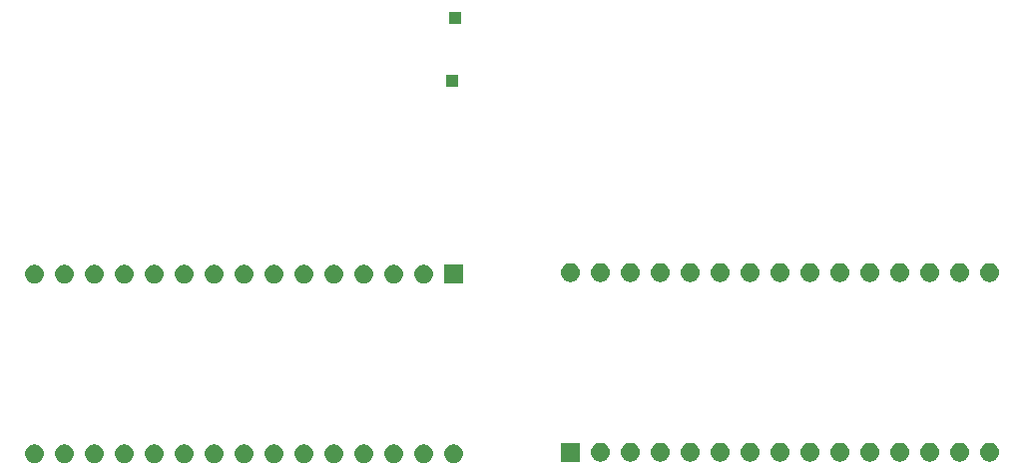
<source format=gbr>
G04 #@! TF.GenerationSoftware,KiCad,Pcbnew,(5.0.1)-3*
G04 #@! TF.CreationDate,2018-11-04T20:32:57-06:00*
G04 #@! TF.ProjectId,ProofOfConceptBoardV1,50726F6F664F66436F6E63657074426F,rev?*
G04 #@! TF.SameCoordinates,Original*
G04 #@! TF.FileFunction,Soldermask,Bot*
G04 #@! TF.FilePolarity,Negative*
%FSLAX46Y46*%
G04 Gerber Fmt 4.6, Leading zero omitted, Abs format (unit mm)*
G04 Created by KiCad (PCBNEW (5.0.1)-3) date 11/4/2018 8:32:57 PM*
%MOMM*%
%LPD*%
G01*
G04 APERTURE LIST*
%ADD10C,0.100000*%
G04 APERTURE END LIST*
D10*
G36*
X86223649Y-100680717D02*
X86262827Y-100684576D01*
X86338227Y-100707448D01*
X86413629Y-100730321D01*
X86552608Y-100804608D01*
X86674422Y-100904578D01*
X86774392Y-101026392D01*
X86848679Y-101165371D01*
X86894424Y-101316174D01*
X86909870Y-101473000D01*
X86894424Y-101629826D01*
X86848679Y-101780629D01*
X86774392Y-101919608D01*
X86674422Y-102041422D01*
X86552608Y-102141392D01*
X86413629Y-102215679D01*
X86338228Y-102238551D01*
X86262827Y-102261424D01*
X86223649Y-102265283D01*
X86145295Y-102273000D01*
X86066705Y-102273000D01*
X85988351Y-102265283D01*
X85949173Y-102261424D01*
X85873772Y-102238551D01*
X85798371Y-102215679D01*
X85659392Y-102141392D01*
X85537578Y-102041422D01*
X85437608Y-101919608D01*
X85363321Y-101780629D01*
X85317576Y-101629826D01*
X85302130Y-101473000D01*
X85317576Y-101316174D01*
X85363321Y-101165371D01*
X85437608Y-101026392D01*
X85537578Y-100904578D01*
X85659392Y-100804608D01*
X85798371Y-100730321D01*
X85873773Y-100707448D01*
X85949173Y-100684576D01*
X85988351Y-100680717D01*
X86066705Y-100673000D01*
X86145295Y-100673000D01*
X86223649Y-100680717D01*
X86223649Y-100680717D01*
G37*
G36*
X104003649Y-100680717D02*
X104042827Y-100684576D01*
X104118227Y-100707448D01*
X104193629Y-100730321D01*
X104332608Y-100804608D01*
X104454422Y-100904578D01*
X104554392Y-101026392D01*
X104628679Y-101165371D01*
X104674424Y-101316174D01*
X104689870Y-101473000D01*
X104674424Y-101629826D01*
X104628679Y-101780629D01*
X104554392Y-101919608D01*
X104454422Y-102041422D01*
X104332608Y-102141392D01*
X104193629Y-102215679D01*
X104118228Y-102238551D01*
X104042827Y-102261424D01*
X104003649Y-102265283D01*
X103925295Y-102273000D01*
X103846705Y-102273000D01*
X103768351Y-102265283D01*
X103729173Y-102261424D01*
X103653772Y-102238551D01*
X103578371Y-102215679D01*
X103439392Y-102141392D01*
X103317578Y-102041422D01*
X103217608Y-101919608D01*
X103143321Y-101780629D01*
X103097576Y-101629826D01*
X103082130Y-101473000D01*
X103097576Y-101316174D01*
X103143321Y-101165371D01*
X103217608Y-101026392D01*
X103317578Y-100904578D01*
X103439392Y-100804608D01*
X103578371Y-100730321D01*
X103653773Y-100707448D01*
X103729173Y-100684576D01*
X103768351Y-100680717D01*
X103846705Y-100673000D01*
X103925295Y-100673000D01*
X104003649Y-100680717D01*
X104003649Y-100680717D01*
G37*
G36*
X98923649Y-100680717D02*
X98962827Y-100684576D01*
X99038227Y-100707448D01*
X99113629Y-100730321D01*
X99252608Y-100804608D01*
X99374422Y-100904578D01*
X99474392Y-101026392D01*
X99548679Y-101165371D01*
X99594424Y-101316174D01*
X99609870Y-101473000D01*
X99594424Y-101629826D01*
X99548679Y-101780629D01*
X99474392Y-101919608D01*
X99374422Y-102041422D01*
X99252608Y-102141392D01*
X99113629Y-102215679D01*
X99038228Y-102238551D01*
X98962827Y-102261424D01*
X98923649Y-102265283D01*
X98845295Y-102273000D01*
X98766705Y-102273000D01*
X98688351Y-102265283D01*
X98649173Y-102261424D01*
X98573772Y-102238551D01*
X98498371Y-102215679D01*
X98359392Y-102141392D01*
X98237578Y-102041422D01*
X98137608Y-101919608D01*
X98063321Y-101780629D01*
X98017576Y-101629826D01*
X98002130Y-101473000D01*
X98017576Y-101316174D01*
X98063321Y-101165371D01*
X98137608Y-101026392D01*
X98237578Y-100904578D01*
X98359392Y-100804608D01*
X98498371Y-100730321D01*
X98573773Y-100707448D01*
X98649173Y-100684576D01*
X98688351Y-100680717D01*
X98766705Y-100673000D01*
X98845295Y-100673000D01*
X98923649Y-100680717D01*
X98923649Y-100680717D01*
G37*
G36*
X96383649Y-100680717D02*
X96422827Y-100684576D01*
X96498227Y-100707448D01*
X96573629Y-100730321D01*
X96712608Y-100804608D01*
X96834422Y-100904578D01*
X96934392Y-101026392D01*
X97008679Y-101165371D01*
X97054424Y-101316174D01*
X97069870Y-101473000D01*
X97054424Y-101629826D01*
X97008679Y-101780629D01*
X96934392Y-101919608D01*
X96834422Y-102041422D01*
X96712608Y-102141392D01*
X96573629Y-102215679D01*
X96498228Y-102238551D01*
X96422827Y-102261424D01*
X96383649Y-102265283D01*
X96305295Y-102273000D01*
X96226705Y-102273000D01*
X96148351Y-102265283D01*
X96109173Y-102261424D01*
X96033772Y-102238551D01*
X95958371Y-102215679D01*
X95819392Y-102141392D01*
X95697578Y-102041422D01*
X95597608Y-101919608D01*
X95523321Y-101780629D01*
X95477576Y-101629826D01*
X95462130Y-101473000D01*
X95477576Y-101316174D01*
X95523321Y-101165371D01*
X95597608Y-101026392D01*
X95697578Y-100904578D01*
X95819392Y-100804608D01*
X95958371Y-100730321D01*
X96033773Y-100707448D01*
X96109173Y-100684576D01*
X96148351Y-100680717D01*
X96226705Y-100673000D01*
X96305295Y-100673000D01*
X96383649Y-100680717D01*
X96383649Y-100680717D01*
G37*
G36*
X93843649Y-100680717D02*
X93882827Y-100684576D01*
X93958227Y-100707448D01*
X94033629Y-100730321D01*
X94172608Y-100804608D01*
X94294422Y-100904578D01*
X94394392Y-101026392D01*
X94468679Y-101165371D01*
X94514424Y-101316174D01*
X94529870Y-101473000D01*
X94514424Y-101629826D01*
X94468679Y-101780629D01*
X94394392Y-101919608D01*
X94294422Y-102041422D01*
X94172608Y-102141392D01*
X94033629Y-102215679D01*
X93958228Y-102238551D01*
X93882827Y-102261424D01*
X93843649Y-102265283D01*
X93765295Y-102273000D01*
X93686705Y-102273000D01*
X93608351Y-102265283D01*
X93569173Y-102261424D01*
X93493772Y-102238551D01*
X93418371Y-102215679D01*
X93279392Y-102141392D01*
X93157578Y-102041422D01*
X93057608Y-101919608D01*
X92983321Y-101780629D01*
X92937576Y-101629826D01*
X92922130Y-101473000D01*
X92937576Y-101316174D01*
X92983321Y-101165371D01*
X93057608Y-101026392D01*
X93157578Y-100904578D01*
X93279392Y-100804608D01*
X93418371Y-100730321D01*
X93493773Y-100707448D01*
X93569173Y-100684576D01*
X93608351Y-100680717D01*
X93686705Y-100673000D01*
X93765295Y-100673000D01*
X93843649Y-100680717D01*
X93843649Y-100680717D01*
G37*
G36*
X101463649Y-100680717D02*
X101502827Y-100684576D01*
X101578227Y-100707448D01*
X101653629Y-100730321D01*
X101792608Y-100804608D01*
X101914422Y-100904578D01*
X102014392Y-101026392D01*
X102088679Y-101165371D01*
X102134424Y-101316174D01*
X102149870Y-101473000D01*
X102134424Y-101629826D01*
X102088679Y-101780629D01*
X102014392Y-101919608D01*
X101914422Y-102041422D01*
X101792608Y-102141392D01*
X101653629Y-102215679D01*
X101578228Y-102238551D01*
X101502827Y-102261424D01*
X101463649Y-102265283D01*
X101385295Y-102273000D01*
X101306705Y-102273000D01*
X101228351Y-102265283D01*
X101189173Y-102261424D01*
X101113772Y-102238551D01*
X101038371Y-102215679D01*
X100899392Y-102141392D01*
X100777578Y-102041422D01*
X100677608Y-101919608D01*
X100603321Y-101780629D01*
X100557576Y-101629826D01*
X100542130Y-101473000D01*
X100557576Y-101316174D01*
X100603321Y-101165371D01*
X100677608Y-101026392D01*
X100777578Y-100904578D01*
X100899392Y-100804608D01*
X101038371Y-100730321D01*
X101113773Y-100707448D01*
X101189173Y-100684576D01*
X101228351Y-100680717D01*
X101306705Y-100673000D01*
X101385295Y-100673000D01*
X101463649Y-100680717D01*
X101463649Y-100680717D01*
G37*
G36*
X91303649Y-100680717D02*
X91342827Y-100684576D01*
X91418227Y-100707448D01*
X91493629Y-100730321D01*
X91632608Y-100804608D01*
X91754422Y-100904578D01*
X91854392Y-101026392D01*
X91928679Y-101165371D01*
X91974424Y-101316174D01*
X91989870Y-101473000D01*
X91974424Y-101629826D01*
X91928679Y-101780629D01*
X91854392Y-101919608D01*
X91754422Y-102041422D01*
X91632608Y-102141392D01*
X91493629Y-102215679D01*
X91418228Y-102238551D01*
X91342827Y-102261424D01*
X91303649Y-102265283D01*
X91225295Y-102273000D01*
X91146705Y-102273000D01*
X91068351Y-102265283D01*
X91029173Y-102261424D01*
X90953772Y-102238551D01*
X90878371Y-102215679D01*
X90739392Y-102141392D01*
X90617578Y-102041422D01*
X90517608Y-101919608D01*
X90443321Y-101780629D01*
X90397576Y-101629826D01*
X90382130Y-101473000D01*
X90397576Y-101316174D01*
X90443321Y-101165371D01*
X90517608Y-101026392D01*
X90617578Y-100904578D01*
X90739392Y-100804608D01*
X90878371Y-100730321D01*
X90953773Y-100707448D01*
X91029173Y-100684576D01*
X91068351Y-100680717D01*
X91146705Y-100673000D01*
X91225295Y-100673000D01*
X91303649Y-100680717D01*
X91303649Y-100680717D01*
G37*
G36*
X88763649Y-100680717D02*
X88802827Y-100684576D01*
X88878227Y-100707448D01*
X88953629Y-100730321D01*
X89092608Y-100804608D01*
X89214422Y-100904578D01*
X89314392Y-101026392D01*
X89388679Y-101165371D01*
X89434424Y-101316174D01*
X89449870Y-101473000D01*
X89434424Y-101629826D01*
X89388679Y-101780629D01*
X89314392Y-101919608D01*
X89214422Y-102041422D01*
X89092608Y-102141392D01*
X88953629Y-102215679D01*
X88878228Y-102238551D01*
X88802827Y-102261424D01*
X88763649Y-102265283D01*
X88685295Y-102273000D01*
X88606705Y-102273000D01*
X88528351Y-102265283D01*
X88489173Y-102261424D01*
X88413772Y-102238551D01*
X88338371Y-102215679D01*
X88199392Y-102141392D01*
X88077578Y-102041422D01*
X87977608Y-101919608D01*
X87903321Y-101780629D01*
X87857576Y-101629826D01*
X87842130Y-101473000D01*
X87857576Y-101316174D01*
X87903321Y-101165371D01*
X87977608Y-101026392D01*
X88077578Y-100904578D01*
X88199392Y-100804608D01*
X88338371Y-100730321D01*
X88413773Y-100707448D01*
X88489173Y-100684576D01*
X88528351Y-100680717D01*
X88606705Y-100673000D01*
X88685295Y-100673000D01*
X88763649Y-100680717D01*
X88763649Y-100680717D01*
G37*
G36*
X106543649Y-100680717D02*
X106582827Y-100684576D01*
X106658227Y-100707448D01*
X106733629Y-100730321D01*
X106872608Y-100804608D01*
X106994422Y-100904578D01*
X107094392Y-101026392D01*
X107168679Y-101165371D01*
X107214424Y-101316174D01*
X107229870Y-101473000D01*
X107214424Y-101629826D01*
X107168679Y-101780629D01*
X107094392Y-101919608D01*
X106994422Y-102041422D01*
X106872608Y-102141392D01*
X106733629Y-102215679D01*
X106658228Y-102238551D01*
X106582827Y-102261424D01*
X106543649Y-102265283D01*
X106465295Y-102273000D01*
X106386705Y-102273000D01*
X106308351Y-102265283D01*
X106269173Y-102261424D01*
X106193772Y-102238551D01*
X106118371Y-102215679D01*
X105979392Y-102141392D01*
X105857578Y-102041422D01*
X105757608Y-101919608D01*
X105683321Y-101780629D01*
X105637576Y-101629826D01*
X105622130Y-101473000D01*
X105637576Y-101316174D01*
X105683321Y-101165371D01*
X105757608Y-101026392D01*
X105857578Y-100904578D01*
X105979392Y-100804608D01*
X106118371Y-100730321D01*
X106193773Y-100707448D01*
X106269173Y-100684576D01*
X106308351Y-100680717D01*
X106386705Y-100673000D01*
X106465295Y-100673000D01*
X106543649Y-100680717D01*
X106543649Y-100680717D01*
G37*
G36*
X109083649Y-100680717D02*
X109122827Y-100684576D01*
X109198227Y-100707448D01*
X109273629Y-100730321D01*
X109412608Y-100804608D01*
X109534422Y-100904578D01*
X109634392Y-101026392D01*
X109708679Y-101165371D01*
X109754424Y-101316174D01*
X109769870Y-101473000D01*
X109754424Y-101629826D01*
X109708679Y-101780629D01*
X109634392Y-101919608D01*
X109534422Y-102041422D01*
X109412608Y-102141392D01*
X109273629Y-102215679D01*
X109198228Y-102238551D01*
X109122827Y-102261424D01*
X109083649Y-102265283D01*
X109005295Y-102273000D01*
X108926705Y-102273000D01*
X108848351Y-102265283D01*
X108809173Y-102261424D01*
X108733772Y-102238551D01*
X108658371Y-102215679D01*
X108519392Y-102141392D01*
X108397578Y-102041422D01*
X108297608Y-101919608D01*
X108223321Y-101780629D01*
X108177576Y-101629826D01*
X108162130Y-101473000D01*
X108177576Y-101316174D01*
X108223321Y-101165371D01*
X108297608Y-101026392D01*
X108397578Y-100904578D01*
X108519392Y-100804608D01*
X108658371Y-100730321D01*
X108733773Y-100707448D01*
X108809173Y-100684576D01*
X108848351Y-100680717D01*
X108926705Y-100673000D01*
X109005295Y-100673000D01*
X109083649Y-100680717D01*
X109083649Y-100680717D01*
G37*
G36*
X111623649Y-100680717D02*
X111662827Y-100684576D01*
X111738227Y-100707448D01*
X111813629Y-100730321D01*
X111952608Y-100804608D01*
X112074422Y-100904578D01*
X112174392Y-101026392D01*
X112248679Y-101165371D01*
X112294424Y-101316174D01*
X112309870Y-101473000D01*
X112294424Y-101629826D01*
X112248679Y-101780629D01*
X112174392Y-101919608D01*
X112074422Y-102041422D01*
X111952608Y-102141392D01*
X111813629Y-102215679D01*
X111738228Y-102238551D01*
X111662827Y-102261424D01*
X111623649Y-102265283D01*
X111545295Y-102273000D01*
X111466705Y-102273000D01*
X111388351Y-102265283D01*
X111349173Y-102261424D01*
X111273772Y-102238551D01*
X111198371Y-102215679D01*
X111059392Y-102141392D01*
X110937578Y-102041422D01*
X110837608Y-101919608D01*
X110763321Y-101780629D01*
X110717576Y-101629826D01*
X110702130Y-101473000D01*
X110717576Y-101316174D01*
X110763321Y-101165371D01*
X110837608Y-101026392D01*
X110937578Y-100904578D01*
X111059392Y-100804608D01*
X111198371Y-100730321D01*
X111273773Y-100707448D01*
X111349173Y-100684576D01*
X111388351Y-100680717D01*
X111466705Y-100673000D01*
X111545295Y-100673000D01*
X111623649Y-100680717D01*
X111623649Y-100680717D01*
G37*
G36*
X114163649Y-100680717D02*
X114202827Y-100684576D01*
X114278227Y-100707448D01*
X114353629Y-100730321D01*
X114492608Y-100804608D01*
X114614422Y-100904578D01*
X114714392Y-101026392D01*
X114788679Y-101165371D01*
X114834424Y-101316174D01*
X114849870Y-101473000D01*
X114834424Y-101629826D01*
X114788679Y-101780629D01*
X114714392Y-101919608D01*
X114614422Y-102041422D01*
X114492608Y-102141392D01*
X114353629Y-102215679D01*
X114278228Y-102238551D01*
X114202827Y-102261424D01*
X114163649Y-102265283D01*
X114085295Y-102273000D01*
X114006705Y-102273000D01*
X113928351Y-102265283D01*
X113889173Y-102261424D01*
X113813772Y-102238551D01*
X113738371Y-102215679D01*
X113599392Y-102141392D01*
X113477578Y-102041422D01*
X113377608Y-101919608D01*
X113303321Y-101780629D01*
X113257576Y-101629826D01*
X113242130Y-101473000D01*
X113257576Y-101316174D01*
X113303321Y-101165371D01*
X113377608Y-101026392D01*
X113477578Y-100904578D01*
X113599392Y-100804608D01*
X113738371Y-100730321D01*
X113813773Y-100707448D01*
X113889173Y-100684576D01*
X113928351Y-100680717D01*
X114006705Y-100673000D01*
X114085295Y-100673000D01*
X114163649Y-100680717D01*
X114163649Y-100680717D01*
G37*
G36*
X116703649Y-100680717D02*
X116742827Y-100684576D01*
X116818227Y-100707448D01*
X116893629Y-100730321D01*
X117032608Y-100804608D01*
X117154422Y-100904578D01*
X117254392Y-101026392D01*
X117328679Y-101165371D01*
X117374424Y-101316174D01*
X117389870Y-101473000D01*
X117374424Y-101629826D01*
X117328679Y-101780629D01*
X117254392Y-101919608D01*
X117154422Y-102041422D01*
X117032608Y-102141392D01*
X116893629Y-102215679D01*
X116818228Y-102238551D01*
X116742827Y-102261424D01*
X116703649Y-102265283D01*
X116625295Y-102273000D01*
X116546705Y-102273000D01*
X116468351Y-102265283D01*
X116429173Y-102261424D01*
X116353772Y-102238551D01*
X116278371Y-102215679D01*
X116139392Y-102141392D01*
X116017578Y-102041422D01*
X115917608Y-101919608D01*
X115843321Y-101780629D01*
X115797576Y-101629826D01*
X115782130Y-101473000D01*
X115797576Y-101316174D01*
X115843321Y-101165371D01*
X115917608Y-101026392D01*
X116017578Y-100904578D01*
X116139392Y-100804608D01*
X116278371Y-100730321D01*
X116353773Y-100707448D01*
X116429173Y-100684576D01*
X116468351Y-100680717D01*
X116546705Y-100673000D01*
X116625295Y-100673000D01*
X116703649Y-100680717D01*
X116703649Y-100680717D01*
G37*
G36*
X119243649Y-100680717D02*
X119282827Y-100684576D01*
X119358227Y-100707448D01*
X119433629Y-100730321D01*
X119572608Y-100804608D01*
X119694422Y-100904578D01*
X119794392Y-101026392D01*
X119868679Y-101165371D01*
X119914424Y-101316174D01*
X119929870Y-101473000D01*
X119914424Y-101629826D01*
X119868679Y-101780629D01*
X119794392Y-101919608D01*
X119694422Y-102041422D01*
X119572608Y-102141392D01*
X119433629Y-102215679D01*
X119358228Y-102238551D01*
X119282827Y-102261424D01*
X119243649Y-102265283D01*
X119165295Y-102273000D01*
X119086705Y-102273000D01*
X119008351Y-102265283D01*
X118969173Y-102261424D01*
X118893772Y-102238551D01*
X118818371Y-102215679D01*
X118679392Y-102141392D01*
X118557578Y-102041422D01*
X118457608Y-101919608D01*
X118383321Y-101780629D01*
X118337576Y-101629826D01*
X118322130Y-101473000D01*
X118337576Y-101316174D01*
X118383321Y-101165371D01*
X118457608Y-101026392D01*
X118557578Y-100904578D01*
X118679392Y-100804608D01*
X118818371Y-100730321D01*
X118893773Y-100707448D01*
X118969173Y-100684576D01*
X119008351Y-100680717D01*
X119086705Y-100673000D01*
X119165295Y-100673000D01*
X119243649Y-100680717D01*
X119243649Y-100680717D01*
G37*
G36*
X121783649Y-100680717D02*
X121822827Y-100684576D01*
X121898227Y-100707448D01*
X121973629Y-100730321D01*
X122112608Y-100804608D01*
X122234422Y-100904578D01*
X122334392Y-101026392D01*
X122408679Y-101165371D01*
X122454424Y-101316174D01*
X122469870Y-101473000D01*
X122454424Y-101629826D01*
X122408679Y-101780629D01*
X122334392Y-101919608D01*
X122234422Y-102041422D01*
X122112608Y-102141392D01*
X121973629Y-102215679D01*
X121898228Y-102238551D01*
X121822827Y-102261424D01*
X121783649Y-102265283D01*
X121705295Y-102273000D01*
X121626705Y-102273000D01*
X121548351Y-102265283D01*
X121509173Y-102261424D01*
X121433772Y-102238551D01*
X121358371Y-102215679D01*
X121219392Y-102141392D01*
X121097578Y-102041422D01*
X120997608Y-101919608D01*
X120923321Y-101780629D01*
X120877576Y-101629826D01*
X120862130Y-101473000D01*
X120877576Y-101316174D01*
X120923321Y-101165371D01*
X120997608Y-101026392D01*
X121097578Y-100904578D01*
X121219392Y-100804608D01*
X121358371Y-100730321D01*
X121433773Y-100707448D01*
X121509173Y-100684576D01*
X121548351Y-100680717D01*
X121626705Y-100673000D01*
X121705295Y-100673000D01*
X121783649Y-100680717D01*
X121783649Y-100680717D01*
G37*
G36*
X157089649Y-100553717D02*
X157128827Y-100557576D01*
X157204228Y-100580449D01*
X157279629Y-100603321D01*
X157418608Y-100677608D01*
X157540422Y-100777578D01*
X157640392Y-100899392D01*
X157714679Y-101038371D01*
X157760424Y-101189174D01*
X157775870Y-101346000D01*
X157760424Y-101502826D01*
X157714679Y-101653629D01*
X157640392Y-101792608D01*
X157540422Y-101914422D01*
X157418608Y-102014392D01*
X157279629Y-102088679D01*
X157204228Y-102111551D01*
X157128827Y-102134424D01*
X157089649Y-102138283D01*
X157011295Y-102146000D01*
X156932705Y-102146000D01*
X156854351Y-102138283D01*
X156815173Y-102134424D01*
X156739772Y-102111551D01*
X156664371Y-102088679D01*
X156525392Y-102014392D01*
X156403578Y-101914422D01*
X156303608Y-101792608D01*
X156229321Y-101653629D01*
X156183576Y-101502826D01*
X156168130Y-101346000D01*
X156183576Y-101189174D01*
X156229321Y-101038371D01*
X156303608Y-100899392D01*
X156403578Y-100777578D01*
X156525392Y-100677608D01*
X156664371Y-100603321D01*
X156739772Y-100580449D01*
X156815173Y-100557576D01*
X156854351Y-100553717D01*
X156932705Y-100546000D01*
X157011295Y-100546000D01*
X157089649Y-100553717D01*
X157089649Y-100553717D01*
G37*
G36*
X132372000Y-102146000D02*
X130772000Y-102146000D01*
X130772000Y-100546000D01*
X132372000Y-100546000D01*
X132372000Y-102146000D01*
X132372000Y-102146000D01*
G37*
G36*
X134229649Y-100553717D02*
X134268827Y-100557576D01*
X134344228Y-100580449D01*
X134419629Y-100603321D01*
X134558608Y-100677608D01*
X134680422Y-100777578D01*
X134780392Y-100899392D01*
X134854679Y-101038371D01*
X134900424Y-101189174D01*
X134915870Y-101346000D01*
X134900424Y-101502826D01*
X134854679Y-101653629D01*
X134780392Y-101792608D01*
X134680422Y-101914422D01*
X134558608Y-102014392D01*
X134419629Y-102088679D01*
X134344228Y-102111551D01*
X134268827Y-102134424D01*
X134229649Y-102138283D01*
X134151295Y-102146000D01*
X134072705Y-102146000D01*
X133994351Y-102138283D01*
X133955173Y-102134424D01*
X133879772Y-102111551D01*
X133804371Y-102088679D01*
X133665392Y-102014392D01*
X133543578Y-101914422D01*
X133443608Y-101792608D01*
X133369321Y-101653629D01*
X133323576Y-101502826D01*
X133308130Y-101346000D01*
X133323576Y-101189174D01*
X133369321Y-101038371D01*
X133443608Y-100899392D01*
X133543578Y-100777578D01*
X133665392Y-100677608D01*
X133804371Y-100603321D01*
X133879772Y-100580449D01*
X133955173Y-100557576D01*
X133994351Y-100553717D01*
X134072705Y-100546000D01*
X134151295Y-100546000D01*
X134229649Y-100553717D01*
X134229649Y-100553717D01*
G37*
G36*
X136769649Y-100553717D02*
X136808827Y-100557576D01*
X136884228Y-100580449D01*
X136959629Y-100603321D01*
X137098608Y-100677608D01*
X137220422Y-100777578D01*
X137320392Y-100899392D01*
X137394679Y-101038371D01*
X137440424Y-101189174D01*
X137455870Y-101346000D01*
X137440424Y-101502826D01*
X137394679Y-101653629D01*
X137320392Y-101792608D01*
X137220422Y-101914422D01*
X137098608Y-102014392D01*
X136959629Y-102088679D01*
X136884228Y-102111551D01*
X136808827Y-102134424D01*
X136769649Y-102138283D01*
X136691295Y-102146000D01*
X136612705Y-102146000D01*
X136534351Y-102138283D01*
X136495173Y-102134424D01*
X136419772Y-102111551D01*
X136344371Y-102088679D01*
X136205392Y-102014392D01*
X136083578Y-101914422D01*
X135983608Y-101792608D01*
X135909321Y-101653629D01*
X135863576Y-101502826D01*
X135848130Y-101346000D01*
X135863576Y-101189174D01*
X135909321Y-101038371D01*
X135983608Y-100899392D01*
X136083578Y-100777578D01*
X136205392Y-100677608D01*
X136344371Y-100603321D01*
X136419772Y-100580449D01*
X136495173Y-100557576D01*
X136534351Y-100553717D01*
X136612705Y-100546000D01*
X136691295Y-100546000D01*
X136769649Y-100553717D01*
X136769649Y-100553717D01*
G37*
G36*
X139309649Y-100553717D02*
X139348827Y-100557576D01*
X139424228Y-100580449D01*
X139499629Y-100603321D01*
X139638608Y-100677608D01*
X139760422Y-100777578D01*
X139860392Y-100899392D01*
X139934679Y-101038371D01*
X139980424Y-101189174D01*
X139995870Y-101346000D01*
X139980424Y-101502826D01*
X139934679Y-101653629D01*
X139860392Y-101792608D01*
X139760422Y-101914422D01*
X139638608Y-102014392D01*
X139499629Y-102088679D01*
X139424228Y-102111551D01*
X139348827Y-102134424D01*
X139309649Y-102138283D01*
X139231295Y-102146000D01*
X139152705Y-102146000D01*
X139074351Y-102138283D01*
X139035173Y-102134424D01*
X138959772Y-102111551D01*
X138884371Y-102088679D01*
X138745392Y-102014392D01*
X138623578Y-101914422D01*
X138523608Y-101792608D01*
X138449321Y-101653629D01*
X138403576Y-101502826D01*
X138388130Y-101346000D01*
X138403576Y-101189174D01*
X138449321Y-101038371D01*
X138523608Y-100899392D01*
X138623578Y-100777578D01*
X138745392Y-100677608D01*
X138884371Y-100603321D01*
X138959772Y-100580449D01*
X139035173Y-100557576D01*
X139074351Y-100553717D01*
X139152705Y-100546000D01*
X139231295Y-100546000D01*
X139309649Y-100553717D01*
X139309649Y-100553717D01*
G37*
G36*
X141849649Y-100553717D02*
X141888827Y-100557576D01*
X141964228Y-100580449D01*
X142039629Y-100603321D01*
X142178608Y-100677608D01*
X142300422Y-100777578D01*
X142400392Y-100899392D01*
X142474679Y-101038371D01*
X142520424Y-101189174D01*
X142535870Y-101346000D01*
X142520424Y-101502826D01*
X142474679Y-101653629D01*
X142400392Y-101792608D01*
X142300422Y-101914422D01*
X142178608Y-102014392D01*
X142039629Y-102088679D01*
X141964228Y-102111551D01*
X141888827Y-102134424D01*
X141849649Y-102138283D01*
X141771295Y-102146000D01*
X141692705Y-102146000D01*
X141614351Y-102138283D01*
X141575173Y-102134424D01*
X141499772Y-102111551D01*
X141424371Y-102088679D01*
X141285392Y-102014392D01*
X141163578Y-101914422D01*
X141063608Y-101792608D01*
X140989321Y-101653629D01*
X140943576Y-101502826D01*
X140928130Y-101346000D01*
X140943576Y-101189174D01*
X140989321Y-101038371D01*
X141063608Y-100899392D01*
X141163578Y-100777578D01*
X141285392Y-100677608D01*
X141424371Y-100603321D01*
X141499772Y-100580449D01*
X141575173Y-100557576D01*
X141614351Y-100553717D01*
X141692705Y-100546000D01*
X141771295Y-100546000D01*
X141849649Y-100553717D01*
X141849649Y-100553717D01*
G37*
G36*
X144389649Y-100553717D02*
X144428827Y-100557576D01*
X144504228Y-100580449D01*
X144579629Y-100603321D01*
X144718608Y-100677608D01*
X144840422Y-100777578D01*
X144940392Y-100899392D01*
X145014679Y-101038371D01*
X145060424Y-101189174D01*
X145075870Y-101346000D01*
X145060424Y-101502826D01*
X145014679Y-101653629D01*
X144940392Y-101792608D01*
X144840422Y-101914422D01*
X144718608Y-102014392D01*
X144579629Y-102088679D01*
X144504228Y-102111551D01*
X144428827Y-102134424D01*
X144389649Y-102138283D01*
X144311295Y-102146000D01*
X144232705Y-102146000D01*
X144154351Y-102138283D01*
X144115173Y-102134424D01*
X144039772Y-102111551D01*
X143964371Y-102088679D01*
X143825392Y-102014392D01*
X143703578Y-101914422D01*
X143603608Y-101792608D01*
X143529321Y-101653629D01*
X143483576Y-101502826D01*
X143468130Y-101346000D01*
X143483576Y-101189174D01*
X143529321Y-101038371D01*
X143603608Y-100899392D01*
X143703578Y-100777578D01*
X143825392Y-100677608D01*
X143964371Y-100603321D01*
X144039772Y-100580449D01*
X144115173Y-100557576D01*
X144154351Y-100553717D01*
X144232705Y-100546000D01*
X144311295Y-100546000D01*
X144389649Y-100553717D01*
X144389649Y-100553717D01*
G37*
G36*
X146929649Y-100553717D02*
X146968827Y-100557576D01*
X147044228Y-100580449D01*
X147119629Y-100603321D01*
X147258608Y-100677608D01*
X147380422Y-100777578D01*
X147480392Y-100899392D01*
X147554679Y-101038371D01*
X147600424Y-101189174D01*
X147615870Y-101346000D01*
X147600424Y-101502826D01*
X147554679Y-101653629D01*
X147480392Y-101792608D01*
X147380422Y-101914422D01*
X147258608Y-102014392D01*
X147119629Y-102088679D01*
X147044228Y-102111551D01*
X146968827Y-102134424D01*
X146929649Y-102138283D01*
X146851295Y-102146000D01*
X146772705Y-102146000D01*
X146694351Y-102138283D01*
X146655173Y-102134424D01*
X146579772Y-102111551D01*
X146504371Y-102088679D01*
X146365392Y-102014392D01*
X146243578Y-101914422D01*
X146143608Y-101792608D01*
X146069321Y-101653629D01*
X146023576Y-101502826D01*
X146008130Y-101346000D01*
X146023576Y-101189174D01*
X146069321Y-101038371D01*
X146143608Y-100899392D01*
X146243578Y-100777578D01*
X146365392Y-100677608D01*
X146504371Y-100603321D01*
X146579772Y-100580449D01*
X146655173Y-100557576D01*
X146694351Y-100553717D01*
X146772705Y-100546000D01*
X146851295Y-100546000D01*
X146929649Y-100553717D01*
X146929649Y-100553717D01*
G37*
G36*
X152009649Y-100553717D02*
X152048827Y-100557576D01*
X152124228Y-100580449D01*
X152199629Y-100603321D01*
X152338608Y-100677608D01*
X152460422Y-100777578D01*
X152560392Y-100899392D01*
X152634679Y-101038371D01*
X152680424Y-101189174D01*
X152695870Y-101346000D01*
X152680424Y-101502826D01*
X152634679Y-101653629D01*
X152560392Y-101792608D01*
X152460422Y-101914422D01*
X152338608Y-102014392D01*
X152199629Y-102088679D01*
X152124228Y-102111551D01*
X152048827Y-102134424D01*
X152009649Y-102138283D01*
X151931295Y-102146000D01*
X151852705Y-102146000D01*
X151774351Y-102138283D01*
X151735173Y-102134424D01*
X151659772Y-102111551D01*
X151584371Y-102088679D01*
X151445392Y-102014392D01*
X151323578Y-101914422D01*
X151223608Y-101792608D01*
X151149321Y-101653629D01*
X151103576Y-101502826D01*
X151088130Y-101346000D01*
X151103576Y-101189174D01*
X151149321Y-101038371D01*
X151223608Y-100899392D01*
X151323578Y-100777578D01*
X151445392Y-100677608D01*
X151584371Y-100603321D01*
X151659772Y-100580449D01*
X151735173Y-100557576D01*
X151774351Y-100553717D01*
X151852705Y-100546000D01*
X151931295Y-100546000D01*
X152009649Y-100553717D01*
X152009649Y-100553717D01*
G37*
G36*
X149469649Y-100553717D02*
X149508827Y-100557576D01*
X149584228Y-100580449D01*
X149659629Y-100603321D01*
X149798608Y-100677608D01*
X149920422Y-100777578D01*
X150020392Y-100899392D01*
X150094679Y-101038371D01*
X150140424Y-101189174D01*
X150155870Y-101346000D01*
X150140424Y-101502826D01*
X150094679Y-101653629D01*
X150020392Y-101792608D01*
X149920422Y-101914422D01*
X149798608Y-102014392D01*
X149659629Y-102088679D01*
X149584228Y-102111551D01*
X149508827Y-102134424D01*
X149469649Y-102138283D01*
X149391295Y-102146000D01*
X149312705Y-102146000D01*
X149234351Y-102138283D01*
X149195173Y-102134424D01*
X149119772Y-102111551D01*
X149044371Y-102088679D01*
X148905392Y-102014392D01*
X148783578Y-101914422D01*
X148683608Y-101792608D01*
X148609321Y-101653629D01*
X148563576Y-101502826D01*
X148548130Y-101346000D01*
X148563576Y-101189174D01*
X148609321Y-101038371D01*
X148683608Y-100899392D01*
X148783578Y-100777578D01*
X148905392Y-100677608D01*
X149044371Y-100603321D01*
X149119772Y-100580449D01*
X149195173Y-100557576D01*
X149234351Y-100553717D01*
X149312705Y-100546000D01*
X149391295Y-100546000D01*
X149469649Y-100553717D01*
X149469649Y-100553717D01*
G37*
G36*
X154549649Y-100553717D02*
X154588827Y-100557576D01*
X154664228Y-100580449D01*
X154739629Y-100603321D01*
X154878608Y-100677608D01*
X155000422Y-100777578D01*
X155100392Y-100899392D01*
X155174679Y-101038371D01*
X155220424Y-101189174D01*
X155235870Y-101346000D01*
X155220424Y-101502826D01*
X155174679Y-101653629D01*
X155100392Y-101792608D01*
X155000422Y-101914422D01*
X154878608Y-102014392D01*
X154739629Y-102088679D01*
X154664228Y-102111551D01*
X154588827Y-102134424D01*
X154549649Y-102138283D01*
X154471295Y-102146000D01*
X154392705Y-102146000D01*
X154314351Y-102138283D01*
X154275173Y-102134424D01*
X154199772Y-102111551D01*
X154124371Y-102088679D01*
X153985392Y-102014392D01*
X153863578Y-101914422D01*
X153763608Y-101792608D01*
X153689321Y-101653629D01*
X153643576Y-101502826D01*
X153628130Y-101346000D01*
X153643576Y-101189174D01*
X153689321Y-101038371D01*
X153763608Y-100899392D01*
X153863578Y-100777578D01*
X153985392Y-100677608D01*
X154124371Y-100603321D01*
X154199772Y-100580449D01*
X154275173Y-100557576D01*
X154314351Y-100553717D01*
X154392705Y-100546000D01*
X154471295Y-100546000D01*
X154549649Y-100553717D01*
X154549649Y-100553717D01*
G37*
G36*
X162169649Y-100553717D02*
X162208827Y-100557576D01*
X162284228Y-100580449D01*
X162359629Y-100603321D01*
X162498608Y-100677608D01*
X162620422Y-100777578D01*
X162720392Y-100899392D01*
X162794679Y-101038371D01*
X162840424Y-101189174D01*
X162855870Y-101346000D01*
X162840424Y-101502826D01*
X162794679Y-101653629D01*
X162720392Y-101792608D01*
X162620422Y-101914422D01*
X162498608Y-102014392D01*
X162359629Y-102088679D01*
X162284228Y-102111551D01*
X162208827Y-102134424D01*
X162169649Y-102138283D01*
X162091295Y-102146000D01*
X162012705Y-102146000D01*
X161934351Y-102138283D01*
X161895173Y-102134424D01*
X161819772Y-102111551D01*
X161744371Y-102088679D01*
X161605392Y-102014392D01*
X161483578Y-101914422D01*
X161383608Y-101792608D01*
X161309321Y-101653629D01*
X161263576Y-101502826D01*
X161248130Y-101346000D01*
X161263576Y-101189174D01*
X161309321Y-101038371D01*
X161383608Y-100899392D01*
X161483578Y-100777578D01*
X161605392Y-100677608D01*
X161744371Y-100603321D01*
X161819772Y-100580449D01*
X161895173Y-100557576D01*
X161934351Y-100553717D01*
X162012705Y-100546000D01*
X162091295Y-100546000D01*
X162169649Y-100553717D01*
X162169649Y-100553717D01*
G37*
G36*
X164709649Y-100553717D02*
X164748827Y-100557576D01*
X164824228Y-100580449D01*
X164899629Y-100603321D01*
X165038608Y-100677608D01*
X165160422Y-100777578D01*
X165260392Y-100899392D01*
X165334679Y-101038371D01*
X165380424Y-101189174D01*
X165395870Y-101346000D01*
X165380424Y-101502826D01*
X165334679Y-101653629D01*
X165260392Y-101792608D01*
X165160422Y-101914422D01*
X165038608Y-102014392D01*
X164899629Y-102088679D01*
X164824228Y-102111551D01*
X164748827Y-102134424D01*
X164709649Y-102138283D01*
X164631295Y-102146000D01*
X164552705Y-102146000D01*
X164474351Y-102138283D01*
X164435173Y-102134424D01*
X164359772Y-102111551D01*
X164284371Y-102088679D01*
X164145392Y-102014392D01*
X164023578Y-101914422D01*
X163923608Y-101792608D01*
X163849321Y-101653629D01*
X163803576Y-101502826D01*
X163788130Y-101346000D01*
X163803576Y-101189174D01*
X163849321Y-101038371D01*
X163923608Y-100899392D01*
X164023578Y-100777578D01*
X164145392Y-100677608D01*
X164284371Y-100603321D01*
X164359772Y-100580449D01*
X164435173Y-100557576D01*
X164474351Y-100553717D01*
X164552705Y-100546000D01*
X164631295Y-100546000D01*
X164709649Y-100553717D01*
X164709649Y-100553717D01*
G37*
G36*
X167249649Y-100553717D02*
X167288827Y-100557576D01*
X167364228Y-100580449D01*
X167439629Y-100603321D01*
X167578608Y-100677608D01*
X167700422Y-100777578D01*
X167800392Y-100899392D01*
X167874679Y-101038371D01*
X167920424Y-101189174D01*
X167935870Y-101346000D01*
X167920424Y-101502826D01*
X167874679Y-101653629D01*
X167800392Y-101792608D01*
X167700422Y-101914422D01*
X167578608Y-102014392D01*
X167439629Y-102088679D01*
X167364228Y-102111551D01*
X167288827Y-102134424D01*
X167249649Y-102138283D01*
X167171295Y-102146000D01*
X167092705Y-102146000D01*
X167014351Y-102138283D01*
X166975173Y-102134424D01*
X166899772Y-102111551D01*
X166824371Y-102088679D01*
X166685392Y-102014392D01*
X166563578Y-101914422D01*
X166463608Y-101792608D01*
X166389321Y-101653629D01*
X166343576Y-101502826D01*
X166328130Y-101346000D01*
X166343576Y-101189174D01*
X166389321Y-101038371D01*
X166463608Y-100899392D01*
X166563578Y-100777578D01*
X166685392Y-100677608D01*
X166824371Y-100603321D01*
X166899772Y-100580449D01*
X166975173Y-100557576D01*
X167014351Y-100553717D01*
X167092705Y-100546000D01*
X167171295Y-100546000D01*
X167249649Y-100553717D01*
X167249649Y-100553717D01*
G37*
G36*
X159629649Y-100553717D02*
X159668827Y-100557576D01*
X159744228Y-100580449D01*
X159819629Y-100603321D01*
X159958608Y-100677608D01*
X160080422Y-100777578D01*
X160180392Y-100899392D01*
X160254679Y-101038371D01*
X160300424Y-101189174D01*
X160315870Y-101346000D01*
X160300424Y-101502826D01*
X160254679Y-101653629D01*
X160180392Y-101792608D01*
X160080422Y-101914422D01*
X159958608Y-102014392D01*
X159819629Y-102088679D01*
X159744228Y-102111551D01*
X159668827Y-102134424D01*
X159629649Y-102138283D01*
X159551295Y-102146000D01*
X159472705Y-102146000D01*
X159394351Y-102138283D01*
X159355173Y-102134424D01*
X159279772Y-102111551D01*
X159204371Y-102088679D01*
X159065392Y-102014392D01*
X158943578Y-101914422D01*
X158843608Y-101792608D01*
X158769321Y-101653629D01*
X158723576Y-101502826D01*
X158708130Y-101346000D01*
X158723576Y-101189174D01*
X158769321Y-101038371D01*
X158843608Y-100899392D01*
X158943578Y-100777578D01*
X159065392Y-100677608D01*
X159204371Y-100603321D01*
X159279772Y-100580449D01*
X159355173Y-100557576D01*
X159394351Y-100553717D01*
X159472705Y-100546000D01*
X159551295Y-100546000D01*
X159629649Y-100553717D01*
X159629649Y-100553717D01*
G37*
G36*
X122466000Y-87033000D02*
X120866000Y-87033000D01*
X120866000Y-85433000D01*
X122466000Y-85433000D01*
X122466000Y-87033000D01*
X122466000Y-87033000D01*
G37*
G36*
X111623649Y-85440717D02*
X111662827Y-85444576D01*
X111738227Y-85467448D01*
X111813629Y-85490321D01*
X111952608Y-85564608D01*
X112074422Y-85664578D01*
X112174392Y-85786392D01*
X112248679Y-85925371D01*
X112294424Y-86076174D01*
X112309870Y-86233000D01*
X112294424Y-86389826D01*
X112248679Y-86540629D01*
X112174392Y-86679608D01*
X112074422Y-86801422D01*
X111952608Y-86901392D01*
X111813629Y-86975679D01*
X111738228Y-86998551D01*
X111662827Y-87021424D01*
X111623649Y-87025283D01*
X111545295Y-87033000D01*
X111466705Y-87033000D01*
X111388351Y-87025283D01*
X111349173Y-87021424D01*
X111273772Y-86998551D01*
X111198371Y-86975679D01*
X111059392Y-86901392D01*
X110937578Y-86801422D01*
X110837608Y-86679608D01*
X110763321Y-86540629D01*
X110717576Y-86389826D01*
X110702130Y-86233000D01*
X110717576Y-86076174D01*
X110763321Y-85925371D01*
X110837608Y-85786392D01*
X110937578Y-85664578D01*
X111059392Y-85564608D01*
X111198371Y-85490321D01*
X111273773Y-85467448D01*
X111349173Y-85444576D01*
X111388351Y-85440717D01*
X111466705Y-85433000D01*
X111545295Y-85433000D01*
X111623649Y-85440717D01*
X111623649Y-85440717D01*
G37*
G36*
X116703649Y-85440717D02*
X116742827Y-85444576D01*
X116818227Y-85467448D01*
X116893629Y-85490321D01*
X117032608Y-85564608D01*
X117154422Y-85664578D01*
X117254392Y-85786392D01*
X117328679Y-85925371D01*
X117374424Y-86076174D01*
X117389870Y-86233000D01*
X117374424Y-86389826D01*
X117328679Y-86540629D01*
X117254392Y-86679608D01*
X117154422Y-86801422D01*
X117032608Y-86901392D01*
X116893629Y-86975679D01*
X116818228Y-86998551D01*
X116742827Y-87021424D01*
X116703649Y-87025283D01*
X116625295Y-87033000D01*
X116546705Y-87033000D01*
X116468351Y-87025283D01*
X116429173Y-87021424D01*
X116353772Y-86998551D01*
X116278371Y-86975679D01*
X116139392Y-86901392D01*
X116017578Y-86801422D01*
X115917608Y-86679608D01*
X115843321Y-86540629D01*
X115797576Y-86389826D01*
X115782130Y-86233000D01*
X115797576Y-86076174D01*
X115843321Y-85925371D01*
X115917608Y-85786392D01*
X116017578Y-85664578D01*
X116139392Y-85564608D01*
X116278371Y-85490321D01*
X116353773Y-85467448D01*
X116429173Y-85444576D01*
X116468351Y-85440717D01*
X116546705Y-85433000D01*
X116625295Y-85433000D01*
X116703649Y-85440717D01*
X116703649Y-85440717D01*
G37*
G36*
X119243649Y-85440717D02*
X119282827Y-85444576D01*
X119358227Y-85467448D01*
X119433629Y-85490321D01*
X119572608Y-85564608D01*
X119694422Y-85664578D01*
X119794392Y-85786392D01*
X119868679Y-85925371D01*
X119914424Y-86076174D01*
X119929870Y-86233000D01*
X119914424Y-86389826D01*
X119868679Y-86540629D01*
X119794392Y-86679608D01*
X119694422Y-86801422D01*
X119572608Y-86901392D01*
X119433629Y-86975679D01*
X119358228Y-86998551D01*
X119282827Y-87021424D01*
X119243649Y-87025283D01*
X119165295Y-87033000D01*
X119086705Y-87033000D01*
X119008351Y-87025283D01*
X118969173Y-87021424D01*
X118893772Y-86998551D01*
X118818371Y-86975679D01*
X118679392Y-86901392D01*
X118557578Y-86801422D01*
X118457608Y-86679608D01*
X118383321Y-86540629D01*
X118337576Y-86389826D01*
X118322130Y-86233000D01*
X118337576Y-86076174D01*
X118383321Y-85925371D01*
X118457608Y-85786392D01*
X118557578Y-85664578D01*
X118679392Y-85564608D01*
X118818371Y-85490321D01*
X118893773Y-85467448D01*
X118969173Y-85444576D01*
X119008351Y-85440717D01*
X119086705Y-85433000D01*
X119165295Y-85433000D01*
X119243649Y-85440717D01*
X119243649Y-85440717D01*
G37*
G36*
X114163649Y-85440717D02*
X114202827Y-85444576D01*
X114278227Y-85467448D01*
X114353629Y-85490321D01*
X114492608Y-85564608D01*
X114614422Y-85664578D01*
X114714392Y-85786392D01*
X114788679Y-85925371D01*
X114834424Y-86076174D01*
X114849870Y-86233000D01*
X114834424Y-86389826D01*
X114788679Y-86540629D01*
X114714392Y-86679608D01*
X114614422Y-86801422D01*
X114492608Y-86901392D01*
X114353629Y-86975679D01*
X114278228Y-86998551D01*
X114202827Y-87021424D01*
X114163649Y-87025283D01*
X114085295Y-87033000D01*
X114006705Y-87033000D01*
X113928351Y-87025283D01*
X113889173Y-87021424D01*
X113813772Y-86998551D01*
X113738371Y-86975679D01*
X113599392Y-86901392D01*
X113477578Y-86801422D01*
X113377608Y-86679608D01*
X113303321Y-86540629D01*
X113257576Y-86389826D01*
X113242130Y-86233000D01*
X113257576Y-86076174D01*
X113303321Y-85925371D01*
X113377608Y-85786392D01*
X113477578Y-85664578D01*
X113599392Y-85564608D01*
X113738371Y-85490321D01*
X113813773Y-85467448D01*
X113889173Y-85444576D01*
X113928351Y-85440717D01*
X114006705Y-85433000D01*
X114085295Y-85433000D01*
X114163649Y-85440717D01*
X114163649Y-85440717D01*
G37*
G36*
X93843649Y-85440717D02*
X93882827Y-85444576D01*
X93958227Y-85467448D01*
X94033629Y-85490321D01*
X94172608Y-85564608D01*
X94294422Y-85664578D01*
X94394392Y-85786392D01*
X94468679Y-85925371D01*
X94514424Y-86076174D01*
X94529870Y-86233000D01*
X94514424Y-86389826D01*
X94468679Y-86540629D01*
X94394392Y-86679608D01*
X94294422Y-86801422D01*
X94172608Y-86901392D01*
X94033629Y-86975679D01*
X93958228Y-86998551D01*
X93882827Y-87021424D01*
X93843649Y-87025283D01*
X93765295Y-87033000D01*
X93686705Y-87033000D01*
X93608351Y-87025283D01*
X93569173Y-87021424D01*
X93493772Y-86998551D01*
X93418371Y-86975679D01*
X93279392Y-86901392D01*
X93157578Y-86801422D01*
X93057608Y-86679608D01*
X92983321Y-86540629D01*
X92937576Y-86389826D01*
X92922130Y-86233000D01*
X92937576Y-86076174D01*
X92983321Y-85925371D01*
X93057608Y-85786392D01*
X93157578Y-85664578D01*
X93279392Y-85564608D01*
X93418371Y-85490321D01*
X93493773Y-85467448D01*
X93569173Y-85444576D01*
X93608351Y-85440717D01*
X93686705Y-85433000D01*
X93765295Y-85433000D01*
X93843649Y-85440717D01*
X93843649Y-85440717D01*
G37*
G36*
X91303649Y-85440717D02*
X91342827Y-85444576D01*
X91418227Y-85467448D01*
X91493629Y-85490321D01*
X91632608Y-85564608D01*
X91754422Y-85664578D01*
X91854392Y-85786392D01*
X91928679Y-85925371D01*
X91974424Y-86076174D01*
X91989870Y-86233000D01*
X91974424Y-86389826D01*
X91928679Y-86540629D01*
X91854392Y-86679608D01*
X91754422Y-86801422D01*
X91632608Y-86901392D01*
X91493629Y-86975679D01*
X91418228Y-86998551D01*
X91342827Y-87021424D01*
X91303649Y-87025283D01*
X91225295Y-87033000D01*
X91146705Y-87033000D01*
X91068351Y-87025283D01*
X91029173Y-87021424D01*
X90953772Y-86998551D01*
X90878371Y-86975679D01*
X90739392Y-86901392D01*
X90617578Y-86801422D01*
X90517608Y-86679608D01*
X90443321Y-86540629D01*
X90397576Y-86389826D01*
X90382130Y-86233000D01*
X90397576Y-86076174D01*
X90443321Y-85925371D01*
X90517608Y-85786392D01*
X90617578Y-85664578D01*
X90739392Y-85564608D01*
X90878371Y-85490321D01*
X90953773Y-85467448D01*
X91029173Y-85444576D01*
X91068351Y-85440717D01*
X91146705Y-85433000D01*
X91225295Y-85433000D01*
X91303649Y-85440717D01*
X91303649Y-85440717D01*
G37*
G36*
X96383649Y-85440717D02*
X96422827Y-85444576D01*
X96498227Y-85467448D01*
X96573629Y-85490321D01*
X96712608Y-85564608D01*
X96834422Y-85664578D01*
X96934392Y-85786392D01*
X97008679Y-85925371D01*
X97054424Y-86076174D01*
X97069870Y-86233000D01*
X97054424Y-86389826D01*
X97008679Y-86540629D01*
X96934392Y-86679608D01*
X96834422Y-86801422D01*
X96712608Y-86901392D01*
X96573629Y-86975679D01*
X96498228Y-86998551D01*
X96422827Y-87021424D01*
X96383649Y-87025283D01*
X96305295Y-87033000D01*
X96226705Y-87033000D01*
X96148351Y-87025283D01*
X96109173Y-87021424D01*
X96033772Y-86998551D01*
X95958371Y-86975679D01*
X95819392Y-86901392D01*
X95697578Y-86801422D01*
X95597608Y-86679608D01*
X95523321Y-86540629D01*
X95477576Y-86389826D01*
X95462130Y-86233000D01*
X95477576Y-86076174D01*
X95523321Y-85925371D01*
X95597608Y-85786392D01*
X95697578Y-85664578D01*
X95819392Y-85564608D01*
X95958371Y-85490321D01*
X96033773Y-85467448D01*
X96109173Y-85444576D01*
X96148351Y-85440717D01*
X96226705Y-85433000D01*
X96305295Y-85433000D01*
X96383649Y-85440717D01*
X96383649Y-85440717D01*
G37*
G36*
X88763649Y-85440717D02*
X88802827Y-85444576D01*
X88878227Y-85467448D01*
X88953629Y-85490321D01*
X89092608Y-85564608D01*
X89214422Y-85664578D01*
X89314392Y-85786392D01*
X89388679Y-85925371D01*
X89434424Y-86076174D01*
X89449870Y-86233000D01*
X89434424Y-86389826D01*
X89388679Y-86540629D01*
X89314392Y-86679608D01*
X89214422Y-86801422D01*
X89092608Y-86901392D01*
X88953629Y-86975679D01*
X88878228Y-86998551D01*
X88802827Y-87021424D01*
X88763649Y-87025283D01*
X88685295Y-87033000D01*
X88606705Y-87033000D01*
X88528351Y-87025283D01*
X88489173Y-87021424D01*
X88413772Y-86998551D01*
X88338371Y-86975679D01*
X88199392Y-86901392D01*
X88077578Y-86801422D01*
X87977608Y-86679608D01*
X87903321Y-86540629D01*
X87857576Y-86389826D01*
X87842130Y-86233000D01*
X87857576Y-86076174D01*
X87903321Y-85925371D01*
X87977608Y-85786392D01*
X88077578Y-85664578D01*
X88199392Y-85564608D01*
X88338371Y-85490321D01*
X88413773Y-85467448D01*
X88489173Y-85444576D01*
X88528351Y-85440717D01*
X88606705Y-85433000D01*
X88685295Y-85433000D01*
X88763649Y-85440717D01*
X88763649Y-85440717D01*
G37*
G36*
X101463649Y-85440717D02*
X101502827Y-85444576D01*
X101578227Y-85467448D01*
X101653629Y-85490321D01*
X101792608Y-85564608D01*
X101914422Y-85664578D01*
X102014392Y-85786392D01*
X102088679Y-85925371D01*
X102134424Y-86076174D01*
X102149870Y-86233000D01*
X102134424Y-86389826D01*
X102088679Y-86540629D01*
X102014392Y-86679608D01*
X101914422Y-86801422D01*
X101792608Y-86901392D01*
X101653629Y-86975679D01*
X101578228Y-86998551D01*
X101502827Y-87021424D01*
X101463649Y-87025283D01*
X101385295Y-87033000D01*
X101306705Y-87033000D01*
X101228351Y-87025283D01*
X101189173Y-87021424D01*
X101113772Y-86998551D01*
X101038371Y-86975679D01*
X100899392Y-86901392D01*
X100777578Y-86801422D01*
X100677608Y-86679608D01*
X100603321Y-86540629D01*
X100557576Y-86389826D01*
X100542130Y-86233000D01*
X100557576Y-86076174D01*
X100603321Y-85925371D01*
X100677608Y-85786392D01*
X100777578Y-85664578D01*
X100899392Y-85564608D01*
X101038371Y-85490321D01*
X101113773Y-85467448D01*
X101189173Y-85444576D01*
X101228351Y-85440717D01*
X101306705Y-85433000D01*
X101385295Y-85433000D01*
X101463649Y-85440717D01*
X101463649Y-85440717D01*
G37*
G36*
X104003649Y-85440717D02*
X104042827Y-85444576D01*
X104118227Y-85467448D01*
X104193629Y-85490321D01*
X104332608Y-85564608D01*
X104454422Y-85664578D01*
X104554392Y-85786392D01*
X104628679Y-85925371D01*
X104674424Y-86076174D01*
X104689870Y-86233000D01*
X104674424Y-86389826D01*
X104628679Y-86540629D01*
X104554392Y-86679608D01*
X104454422Y-86801422D01*
X104332608Y-86901392D01*
X104193629Y-86975679D01*
X104118228Y-86998551D01*
X104042827Y-87021424D01*
X104003649Y-87025283D01*
X103925295Y-87033000D01*
X103846705Y-87033000D01*
X103768351Y-87025283D01*
X103729173Y-87021424D01*
X103653772Y-86998551D01*
X103578371Y-86975679D01*
X103439392Y-86901392D01*
X103317578Y-86801422D01*
X103217608Y-86679608D01*
X103143321Y-86540629D01*
X103097576Y-86389826D01*
X103082130Y-86233000D01*
X103097576Y-86076174D01*
X103143321Y-85925371D01*
X103217608Y-85786392D01*
X103317578Y-85664578D01*
X103439392Y-85564608D01*
X103578371Y-85490321D01*
X103653773Y-85467448D01*
X103729173Y-85444576D01*
X103768351Y-85440717D01*
X103846705Y-85433000D01*
X103925295Y-85433000D01*
X104003649Y-85440717D01*
X104003649Y-85440717D01*
G37*
G36*
X106543649Y-85440717D02*
X106582827Y-85444576D01*
X106658227Y-85467448D01*
X106733629Y-85490321D01*
X106872608Y-85564608D01*
X106994422Y-85664578D01*
X107094392Y-85786392D01*
X107168679Y-85925371D01*
X107214424Y-86076174D01*
X107229870Y-86233000D01*
X107214424Y-86389826D01*
X107168679Y-86540629D01*
X107094392Y-86679608D01*
X106994422Y-86801422D01*
X106872608Y-86901392D01*
X106733629Y-86975679D01*
X106658228Y-86998551D01*
X106582827Y-87021424D01*
X106543649Y-87025283D01*
X106465295Y-87033000D01*
X106386705Y-87033000D01*
X106308351Y-87025283D01*
X106269173Y-87021424D01*
X106193772Y-86998551D01*
X106118371Y-86975679D01*
X105979392Y-86901392D01*
X105857578Y-86801422D01*
X105757608Y-86679608D01*
X105683321Y-86540629D01*
X105637576Y-86389826D01*
X105622130Y-86233000D01*
X105637576Y-86076174D01*
X105683321Y-85925371D01*
X105757608Y-85786392D01*
X105857578Y-85664578D01*
X105979392Y-85564608D01*
X106118371Y-85490321D01*
X106193773Y-85467448D01*
X106269173Y-85444576D01*
X106308351Y-85440717D01*
X106386705Y-85433000D01*
X106465295Y-85433000D01*
X106543649Y-85440717D01*
X106543649Y-85440717D01*
G37*
G36*
X109083649Y-85440717D02*
X109122827Y-85444576D01*
X109198227Y-85467448D01*
X109273629Y-85490321D01*
X109412608Y-85564608D01*
X109534422Y-85664578D01*
X109634392Y-85786392D01*
X109708679Y-85925371D01*
X109754424Y-86076174D01*
X109769870Y-86233000D01*
X109754424Y-86389826D01*
X109708679Y-86540629D01*
X109634392Y-86679608D01*
X109534422Y-86801422D01*
X109412608Y-86901392D01*
X109273629Y-86975679D01*
X109198228Y-86998551D01*
X109122827Y-87021424D01*
X109083649Y-87025283D01*
X109005295Y-87033000D01*
X108926705Y-87033000D01*
X108848351Y-87025283D01*
X108809173Y-87021424D01*
X108733772Y-86998551D01*
X108658371Y-86975679D01*
X108519392Y-86901392D01*
X108397578Y-86801422D01*
X108297608Y-86679608D01*
X108223321Y-86540629D01*
X108177576Y-86389826D01*
X108162130Y-86233000D01*
X108177576Y-86076174D01*
X108223321Y-85925371D01*
X108297608Y-85786392D01*
X108397578Y-85664578D01*
X108519392Y-85564608D01*
X108658371Y-85490321D01*
X108733773Y-85467448D01*
X108809173Y-85444576D01*
X108848351Y-85440717D01*
X108926705Y-85433000D01*
X109005295Y-85433000D01*
X109083649Y-85440717D01*
X109083649Y-85440717D01*
G37*
G36*
X86223649Y-85440717D02*
X86262827Y-85444576D01*
X86338227Y-85467448D01*
X86413629Y-85490321D01*
X86552608Y-85564608D01*
X86674422Y-85664578D01*
X86774392Y-85786392D01*
X86848679Y-85925371D01*
X86894424Y-86076174D01*
X86909870Y-86233000D01*
X86894424Y-86389826D01*
X86848679Y-86540629D01*
X86774392Y-86679608D01*
X86674422Y-86801422D01*
X86552608Y-86901392D01*
X86413629Y-86975679D01*
X86338228Y-86998551D01*
X86262827Y-87021424D01*
X86223649Y-87025283D01*
X86145295Y-87033000D01*
X86066705Y-87033000D01*
X85988351Y-87025283D01*
X85949173Y-87021424D01*
X85873772Y-86998551D01*
X85798371Y-86975679D01*
X85659392Y-86901392D01*
X85537578Y-86801422D01*
X85437608Y-86679608D01*
X85363321Y-86540629D01*
X85317576Y-86389826D01*
X85302130Y-86233000D01*
X85317576Y-86076174D01*
X85363321Y-85925371D01*
X85437608Y-85786392D01*
X85537578Y-85664578D01*
X85659392Y-85564608D01*
X85798371Y-85490321D01*
X85873773Y-85467448D01*
X85949173Y-85444576D01*
X85988351Y-85440717D01*
X86066705Y-85433000D01*
X86145295Y-85433000D01*
X86223649Y-85440717D01*
X86223649Y-85440717D01*
G37*
G36*
X98923649Y-85440717D02*
X98962827Y-85444576D01*
X99038227Y-85467448D01*
X99113629Y-85490321D01*
X99252608Y-85564608D01*
X99374422Y-85664578D01*
X99474392Y-85786392D01*
X99548679Y-85925371D01*
X99594424Y-86076174D01*
X99609870Y-86233000D01*
X99594424Y-86389826D01*
X99548679Y-86540629D01*
X99474392Y-86679608D01*
X99374422Y-86801422D01*
X99252608Y-86901392D01*
X99113629Y-86975679D01*
X99038228Y-86998551D01*
X98962827Y-87021424D01*
X98923649Y-87025283D01*
X98845295Y-87033000D01*
X98766705Y-87033000D01*
X98688351Y-87025283D01*
X98649173Y-87021424D01*
X98573772Y-86998551D01*
X98498371Y-86975679D01*
X98359392Y-86901392D01*
X98237578Y-86801422D01*
X98137608Y-86679608D01*
X98063321Y-86540629D01*
X98017576Y-86389826D01*
X98002130Y-86233000D01*
X98017576Y-86076174D01*
X98063321Y-85925371D01*
X98137608Y-85786392D01*
X98237578Y-85664578D01*
X98359392Y-85564608D01*
X98498371Y-85490321D01*
X98573773Y-85467448D01*
X98649173Y-85444576D01*
X98688351Y-85440717D01*
X98766705Y-85433000D01*
X98845295Y-85433000D01*
X98923649Y-85440717D01*
X98923649Y-85440717D01*
G37*
G36*
X149469649Y-85313717D02*
X149508827Y-85317576D01*
X149584228Y-85340449D01*
X149659629Y-85363321D01*
X149798608Y-85437608D01*
X149920422Y-85537578D01*
X150020392Y-85659392D01*
X150094679Y-85798371D01*
X150140424Y-85949174D01*
X150155870Y-86106000D01*
X150140424Y-86262826D01*
X150094679Y-86413629D01*
X150020392Y-86552608D01*
X149920422Y-86674422D01*
X149798608Y-86774392D01*
X149659629Y-86848679D01*
X149584227Y-86871552D01*
X149508827Y-86894424D01*
X149469649Y-86898283D01*
X149391295Y-86906000D01*
X149312705Y-86906000D01*
X149234351Y-86898283D01*
X149195173Y-86894424D01*
X149119773Y-86871552D01*
X149044371Y-86848679D01*
X148905392Y-86774392D01*
X148783578Y-86674422D01*
X148683608Y-86552608D01*
X148609321Y-86413629D01*
X148563576Y-86262826D01*
X148548130Y-86106000D01*
X148563576Y-85949174D01*
X148609321Y-85798371D01*
X148683608Y-85659392D01*
X148783578Y-85537578D01*
X148905392Y-85437608D01*
X149044371Y-85363321D01*
X149119772Y-85340449D01*
X149195173Y-85317576D01*
X149234351Y-85313717D01*
X149312705Y-85306000D01*
X149391295Y-85306000D01*
X149469649Y-85313717D01*
X149469649Y-85313717D01*
G37*
G36*
X167249649Y-85313717D02*
X167288827Y-85317576D01*
X167364228Y-85340449D01*
X167439629Y-85363321D01*
X167578608Y-85437608D01*
X167700422Y-85537578D01*
X167800392Y-85659392D01*
X167874679Y-85798371D01*
X167920424Y-85949174D01*
X167935870Y-86106000D01*
X167920424Y-86262826D01*
X167874679Y-86413629D01*
X167800392Y-86552608D01*
X167700422Y-86674422D01*
X167578608Y-86774392D01*
X167439629Y-86848679D01*
X167364227Y-86871552D01*
X167288827Y-86894424D01*
X167249649Y-86898283D01*
X167171295Y-86906000D01*
X167092705Y-86906000D01*
X167014351Y-86898283D01*
X166975173Y-86894424D01*
X166899773Y-86871552D01*
X166824371Y-86848679D01*
X166685392Y-86774392D01*
X166563578Y-86674422D01*
X166463608Y-86552608D01*
X166389321Y-86413629D01*
X166343576Y-86262826D01*
X166328130Y-86106000D01*
X166343576Y-85949174D01*
X166389321Y-85798371D01*
X166463608Y-85659392D01*
X166563578Y-85537578D01*
X166685392Y-85437608D01*
X166824371Y-85363321D01*
X166899772Y-85340449D01*
X166975173Y-85317576D01*
X167014351Y-85313717D01*
X167092705Y-85306000D01*
X167171295Y-85306000D01*
X167249649Y-85313717D01*
X167249649Y-85313717D01*
G37*
G36*
X141849649Y-85313717D02*
X141888827Y-85317576D01*
X141964228Y-85340449D01*
X142039629Y-85363321D01*
X142178608Y-85437608D01*
X142300422Y-85537578D01*
X142400392Y-85659392D01*
X142474679Y-85798371D01*
X142520424Y-85949174D01*
X142535870Y-86106000D01*
X142520424Y-86262826D01*
X142474679Y-86413629D01*
X142400392Y-86552608D01*
X142300422Y-86674422D01*
X142178608Y-86774392D01*
X142039629Y-86848679D01*
X141964227Y-86871552D01*
X141888827Y-86894424D01*
X141849649Y-86898283D01*
X141771295Y-86906000D01*
X141692705Y-86906000D01*
X141614351Y-86898283D01*
X141575173Y-86894424D01*
X141499773Y-86871552D01*
X141424371Y-86848679D01*
X141285392Y-86774392D01*
X141163578Y-86674422D01*
X141063608Y-86552608D01*
X140989321Y-86413629D01*
X140943576Y-86262826D01*
X140928130Y-86106000D01*
X140943576Y-85949174D01*
X140989321Y-85798371D01*
X141063608Y-85659392D01*
X141163578Y-85537578D01*
X141285392Y-85437608D01*
X141424371Y-85363321D01*
X141499772Y-85340449D01*
X141575173Y-85317576D01*
X141614351Y-85313717D01*
X141692705Y-85306000D01*
X141771295Y-85306000D01*
X141849649Y-85313717D01*
X141849649Y-85313717D01*
G37*
G36*
X164709649Y-85313717D02*
X164748827Y-85317576D01*
X164824228Y-85340449D01*
X164899629Y-85363321D01*
X165038608Y-85437608D01*
X165160422Y-85537578D01*
X165260392Y-85659392D01*
X165334679Y-85798371D01*
X165380424Y-85949174D01*
X165395870Y-86106000D01*
X165380424Y-86262826D01*
X165334679Y-86413629D01*
X165260392Y-86552608D01*
X165160422Y-86674422D01*
X165038608Y-86774392D01*
X164899629Y-86848679D01*
X164824227Y-86871552D01*
X164748827Y-86894424D01*
X164709649Y-86898283D01*
X164631295Y-86906000D01*
X164552705Y-86906000D01*
X164474351Y-86898283D01*
X164435173Y-86894424D01*
X164359773Y-86871552D01*
X164284371Y-86848679D01*
X164145392Y-86774392D01*
X164023578Y-86674422D01*
X163923608Y-86552608D01*
X163849321Y-86413629D01*
X163803576Y-86262826D01*
X163788130Y-86106000D01*
X163803576Y-85949174D01*
X163849321Y-85798371D01*
X163923608Y-85659392D01*
X164023578Y-85537578D01*
X164145392Y-85437608D01*
X164284371Y-85363321D01*
X164359772Y-85340449D01*
X164435173Y-85317576D01*
X164474351Y-85313717D01*
X164552705Y-85306000D01*
X164631295Y-85306000D01*
X164709649Y-85313717D01*
X164709649Y-85313717D01*
G37*
G36*
X162169649Y-85313717D02*
X162208827Y-85317576D01*
X162284228Y-85340449D01*
X162359629Y-85363321D01*
X162498608Y-85437608D01*
X162620422Y-85537578D01*
X162720392Y-85659392D01*
X162794679Y-85798371D01*
X162840424Y-85949174D01*
X162855870Y-86106000D01*
X162840424Y-86262826D01*
X162794679Y-86413629D01*
X162720392Y-86552608D01*
X162620422Y-86674422D01*
X162498608Y-86774392D01*
X162359629Y-86848679D01*
X162284227Y-86871552D01*
X162208827Y-86894424D01*
X162169649Y-86898283D01*
X162091295Y-86906000D01*
X162012705Y-86906000D01*
X161934351Y-86898283D01*
X161895173Y-86894424D01*
X161819773Y-86871552D01*
X161744371Y-86848679D01*
X161605392Y-86774392D01*
X161483578Y-86674422D01*
X161383608Y-86552608D01*
X161309321Y-86413629D01*
X161263576Y-86262826D01*
X161248130Y-86106000D01*
X161263576Y-85949174D01*
X161309321Y-85798371D01*
X161383608Y-85659392D01*
X161483578Y-85537578D01*
X161605392Y-85437608D01*
X161744371Y-85363321D01*
X161819772Y-85340449D01*
X161895173Y-85317576D01*
X161934351Y-85313717D01*
X162012705Y-85306000D01*
X162091295Y-85306000D01*
X162169649Y-85313717D01*
X162169649Y-85313717D01*
G37*
G36*
X157089649Y-85313717D02*
X157128827Y-85317576D01*
X157204228Y-85340449D01*
X157279629Y-85363321D01*
X157418608Y-85437608D01*
X157540422Y-85537578D01*
X157640392Y-85659392D01*
X157714679Y-85798371D01*
X157760424Y-85949174D01*
X157775870Y-86106000D01*
X157760424Y-86262826D01*
X157714679Y-86413629D01*
X157640392Y-86552608D01*
X157540422Y-86674422D01*
X157418608Y-86774392D01*
X157279629Y-86848679D01*
X157204227Y-86871552D01*
X157128827Y-86894424D01*
X157089649Y-86898283D01*
X157011295Y-86906000D01*
X156932705Y-86906000D01*
X156854351Y-86898283D01*
X156815173Y-86894424D01*
X156739773Y-86871552D01*
X156664371Y-86848679D01*
X156525392Y-86774392D01*
X156403578Y-86674422D01*
X156303608Y-86552608D01*
X156229321Y-86413629D01*
X156183576Y-86262826D01*
X156168130Y-86106000D01*
X156183576Y-85949174D01*
X156229321Y-85798371D01*
X156303608Y-85659392D01*
X156403578Y-85537578D01*
X156525392Y-85437608D01*
X156664371Y-85363321D01*
X156739772Y-85340449D01*
X156815173Y-85317576D01*
X156854351Y-85313717D01*
X156932705Y-85306000D01*
X157011295Y-85306000D01*
X157089649Y-85313717D01*
X157089649Y-85313717D01*
G37*
G36*
X154549649Y-85313717D02*
X154588827Y-85317576D01*
X154664228Y-85340449D01*
X154739629Y-85363321D01*
X154878608Y-85437608D01*
X155000422Y-85537578D01*
X155100392Y-85659392D01*
X155174679Y-85798371D01*
X155220424Y-85949174D01*
X155235870Y-86106000D01*
X155220424Y-86262826D01*
X155174679Y-86413629D01*
X155100392Y-86552608D01*
X155000422Y-86674422D01*
X154878608Y-86774392D01*
X154739629Y-86848679D01*
X154664227Y-86871552D01*
X154588827Y-86894424D01*
X154549649Y-86898283D01*
X154471295Y-86906000D01*
X154392705Y-86906000D01*
X154314351Y-86898283D01*
X154275173Y-86894424D01*
X154199773Y-86871552D01*
X154124371Y-86848679D01*
X153985392Y-86774392D01*
X153863578Y-86674422D01*
X153763608Y-86552608D01*
X153689321Y-86413629D01*
X153643576Y-86262826D01*
X153628130Y-86106000D01*
X153643576Y-85949174D01*
X153689321Y-85798371D01*
X153763608Y-85659392D01*
X153863578Y-85537578D01*
X153985392Y-85437608D01*
X154124371Y-85363321D01*
X154199772Y-85340449D01*
X154275173Y-85317576D01*
X154314351Y-85313717D01*
X154392705Y-85306000D01*
X154471295Y-85306000D01*
X154549649Y-85313717D01*
X154549649Y-85313717D01*
G37*
G36*
X131689649Y-85313717D02*
X131728827Y-85317576D01*
X131804228Y-85340449D01*
X131879629Y-85363321D01*
X132018608Y-85437608D01*
X132140422Y-85537578D01*
X132240392Y-85659392D01*
X132314679Y-85798371D01*
X132360424Y-85949174D01*
X132375870Y-86106000D01*
X132360424Y-86262826D01*
X132314679Y-86413629D01*
X132240392Y-86552608D01*
X132140422Y-86674422D01*
X132018608Y-86774392D01*
X131879629Y-86848679D01*
X131804227Y-86871552D01*
X131728827Y-86894424D01*
X131689649Y-86898283D01*
X131611295Y-86906000D01*
X131532705Y-86906000D01*
X131454351Y-86898283D01*
X131415173Y-86894424D01*
X131339773Y-86871552D01*
X131264371Y-86848679D01*
X131125392Y-86774392D01*
X131003578Y-86674422D01*
X130903608Y-86552608D01*
X130829321Y-86413629D01*
X130783576Y-86262826D01*
X130768130Y-86106000D01*
X130783576Y-85949174D01*
X130829321Y-85798371D01*
X130903608Y-85659392D01*
X131003578Y-85537578D01*
X131125392Y-85437608D01*
X131264371Y-85363321D01*
X131339772Y-85340449D01*
X131415173Y-85317576D01*
X131454351Y-85313717D01*
X131532705Y-85306000D01*
X131611295Y-85306000D01*
X131689649Y-85313717D01*
X131689649Y-85313717D01*
G37*
G36*
X152009649Y-85313717D02*
X152048827Y-85317576D01*
X152124228Y-85340449D01*
X152199629Y-85363321D01*
X152338608Y-85437608D01*
X152460422Y-85537578D01*
X152560392Y-85659392D01*
X152634679Y-85798371D01*
X152680424Y-85949174D01*
X152695870Y-86106000D01*
X152680424Y-86262826D01*
X152634679Y-86413629D01*
X152560392Y-86552608D01*
X152460422Y-86674422D01*
X152338608Y-86774392D01*
X152199629Y-86848679D01*
X152124227Y-86871552D01*
X152048827Y-86894424D01*
X152009649Y-86898283D01*
X151931295Y-86906000D01*
X151852705Y-86906000D01*
X151774351Y-86898283D01*
X151735173Y-86894424D01*
X151659773Y-86871552D01*
X151584371Y-86848679D01*
X151445392Y-86774392D01*
X151323578Y-86674422D01*
X151223608Y-86552608D01*
X151149321Y-86413629D01*
X151103576Y-86262826D01*
X151088130Y-86106000D01*
X151103576Y-85949174D01*
X151149321Y-85798371D01*
X151223608Y-85659392D01*
X151323578Y-85537578D01*
X151445392Y-85437608D01*
X151584371Y-85363321D01*
X151659772Y-85340449D01*
X151735173Y-85317576D01*
X151774351Y-85313717D01*
X151852705Y-85306000D01*
X151931295Y-85306000D01*
X152009649Y-85313717D01*
X152009649Y-85313717D01*
G37*
G36*
X134229649Y-85313717D02*
X134268827Y-85317576D01*
X134344228Y-85340449D01*
X134419629Y-85363321D01*
X134558608Y-85437608D01*
X134680422Y-85537578D01*
X134780392Y-85659392D01*
X134854679Y-85798371D01*
X134900424Y-85949174D01*
X134915870Y-86106000D01*
X134900424Y-86262826D01*
X134854679Y-86413629D01*
X134780392Y-86552608D01*
X134680422Y-86674422D01*
X134558608Y-86774392D01*
X134419629Y-86848679D01*
X134344227Y-86871552D01*
X134268827Y-86894424D01*
X134229649Y-86898283D01*
X134151295Y-86906000D01*
X134072705Y-86906000D01*
X133994351Y-86898283D01*
X133955173Y-86894424D01*
X133879773Y-86871552D01*
X133804371Y-86848679D01*
X133665392Y-86774392D01*
X133543578Y-86674422D01*
X133443608Y-86552608D01*
X133369321Y-86413629D01*
X133323576Y-86262826D01*
X133308130Y-86106000D01*
X133323576Y-85949174D01*
X133369321Y-85798371D01*
X133443608Y-85659392D01*
X133543578Y-85537578D01*
X133665392Y-85437608D01*
X133804371Y-85363321D01*
X133879772Y-85340449D01*
X133955173Y-85317576D01*
X133994351Y-85313717D01*
X134072705Y-85306000D01*
X134151295Y-85306000D01*
X134229649Y-85313717D01*
X134229649Y-85313717D01*
G37*
G36*
X136769649Y-85313717D02*
X136808827Y-85317576D01*
X136884228Y-85340449D01*
X136959629Y-85363321D01*
X137098608Y-85437608D01*
X137220422Y-85537578D01*
X137320392Y-85659392D01*
X137394679Y-85798371D01*
X137440424Y-85949174D01*
X137455870Y-86106000D01*
X137440424Y-86262826D01*
X137394679Y-86413629D01*
X137320392Y-86552608D01*
X137220422Y-86674422D01*
X137098608Y-86774392D01*
X136959629Y-86848679D01*
X136884227Y-86871552D01*
X136808827Y-86894424D01*
X136769649Y-86898283D01*
X136691295Y-86906000D01*
X136612705Y-86906000D01*
X136534351Y-86898283D01*
X136495173Y-86894424D01*
X136419773Y-86871552D01*
X136344371Y-86848679D01*
X136205392Y-86774392D01*
X136083578Y-86674422D01*
X135983608Y-86552608D01*
X135909321Y-86413629D01*
X135863576Y-86262826D01*
X135848130Y-86106000D01*
X135863576Y-85949174D01*
X135909321Y-85798371D01*
X135983608Y-85659392D01*
X136083578Y-85537578D01*
X136205392Y-85437608D01*
X136344371Y-85363321D01*
X136419772Y-85340449D01*
X136495173Y-85317576D01*
X136534351Y-85313717D01*
X136612705Y-85306000D01*
X136691295Y-85306000D01*
X136769649Y-85313717D01*
X136769649Y-85313717D01*
G37*
G36*
X146929649Y-85313717D02*
X146968827Y-85317576D01*
X147044228Y-85340449D01*
X147119629Y-85363321D01*
X147258608Y-85437608D01*
X147380422Y-85537578D01*
X147480392Y-85659392D01*
X147554679Y-85798371D01*
X147600424Y-85949174D01*
X147615870Y-86106000D01*
X147600424Y-86262826D01*
X147554679Y-86413629D01*
X147480392Y-86552608D01*
X147380422Y-86674422D01*
X147258608Y-86774392D01*
X147119629Y-86848679D01*
X147044227Y-86871552D01*
X146968827Y-86894424D01*
X146929649Y-86898283D01*
X146851295Y-86906000D01*
X146772705Y-86906000D01*
X146694351Y-86898283D01*
X146655173Y-86894424D01*
X146579773Y-86871552D01*
X146504371Y-86848679D01*
X146365392Y-86774392D01*
X146243578Y-86674422D01*
X146143608Y-86552608D01*
X146069321Y-86413629D01*
X146023576Y-86262826D01*
X146008130Y-86106000D01*
X146023576Y-85949174D01*
X146069321Y-85798371D01*
X146143608Y-85659392D01*
X146243578Y-85537578D01*
X146365392Y-85437608D01*
X146504371Y-85363321D01*
X146579772Y-85340449D01*
X146655173Y-85317576D01*
X146694351Y-85313717D01*
X146772705Y-85306000D01*
X146851295Y-85306000D01*
X146929649Y-85313717D01*
X146929649Y-85313717D01*
G37*
G36*
X139309649Y-85313717D02*
X139348827Y-85317576D01*
X139424228Y-85340449D01*
X139499629Y-85363321D01*
X139638608Y-85437608D01*
X139760422Y-85537578D01*
X139860392Y-85659392D01*
X139934679Y-85798371D01*
X139980424Y-85949174D01*
X139995870Y-86106000D01*
X139980424Y-86262826D01*
X139934679Y-86413629D01*
X139860392Y-86552608D01*
X139760422Y-86674422D01*
X139638608Y-86774392D01*
X139499629Y-86848679D01*
X139424227Y-86871552D01*
X139348827Y-86894424D01*
X139309649Y-86898283D01*
X139231295Y-86906000D01*
X139152705Y-86906000D01*
X139074351Y-86898283D01*
X139035173Y-86894424D01*
X138959773Y-86871552D01*
X138884371Y-86848679D01*
X138745392Y-86774392D01*
X138623578Y-86674422D01*
X138523608Y-86552608D01*
X138449321Y-86413629D01*
X138403576Y-86262826D01*
X138388130Y-86106000D01*
X138403576Y-85949174D01*
X138449321Y-85798371D01*
X138523608Y-85659392D01*
X138623578Y-85537578D01*
X138745392Y-85437608D01*
X138884371Y-85363321D01*
X138959772Y-85340449D01*
X139035173Y-85317576D01*
X139074351Y-85313717D01*
X139152705Y-85306000D01*
X139231295Y-85306000D01*
X139309649Y-85313717D01*
X139309649Y-85313717D01*
G37*
G36*
X159629649Y-85313717D02*
X159668827Y-85317576D01*
X159744228Y-85340449D01*
X159819629Y-85363321D01*
X159958608Y-85437608D01*
X160080422Y-85537578D01*
X160180392Y-85659392D01*
X160254679Y-85798371D01*
X160300424Y-85949174D01*
X160315870Y-86106000D01*
X160300424Y-86262826D01*
X160254679Y-86413629D01*
X160180392Y-86552608D01*
X160080422Y-86674422D01*
X159958608Y-86774392D01*
X159819629Y-86848679D01*
X159744227Y-86871552D01*
X159668827Y-86894424D01*
X159629649Y-86898283D01*
X159551295Y-86906000D01*
X159472705Y-86906000D01*
X159394351Y-86898283D01*
X159355173Y-86894424D01*
X159279773Y-86871552D01*
X159204371Y-86848679D01*
X159065392Y-86774392D01*
X158943578Y-86674422D01*
X158843608Y-86552608D01*
X158769321Y-86413629D01*
X158723576Y-86262826D01*
X158708130Y-86106000D01*
X158723576Y-85949174D01*
X158769321Y-85798371D01*
X158843608Y-85659392D01*
X158943578Y-85537578D01*
X159065392Y-85437608D01*
X159204371Y-85363321D01*
X159279772Y-85340449D01*
X159355173Y-85317576D01*
X159394351Y-85313717D01*
X159472705Y-85306000D01*
X159551295Y-85306000D01*
X159629649Y-85313717D01*
X159629649Y-85313717D01*
G37*
G36*
X144389649Y-85313717D02*
X144428827Y-85317576D01*
X144504228Y-85340449D01*
X144579629Y-85363321D01*
X144718608Y-85437608D01*
X144840422Y-85537578D01*
X144940392Y-85659392D01*
X145014679Y-85798371D01*
X145060424Y-85949174D01*
X145075870Y-86106000D01*
X145060424Y-86262826D01*
X145014679Y-86413629D01*
X144940392Y-86552608D01*
X144840422Y-86674422D01*
X144718608Y-86774392D01*
X144579629Y-86848679D01*
X144504227Y-86871552D01*
X144428827Y-86894424D01*
X144389649Y-86898283D01*
X144311295Y-86906000D01*
X144232705Y-86906000D01*
X144154351Y-86898283D01*
X144115173Y-86894424D01*
X144039773Y-86871552D01*
X143964371Y-86848679D01*
X143825392Y-86774392D01*
X143703578Y-86674422D01*
X143603608Y-86552608D01*
X143529321Y-86413629D01*
X143483576Y-86262826D01*
X143468130Y-86106000D01*
X143483576Y-85949174D01*
X143529321Y-85798371D01*
X143603608Y-85659392D01*
X143703578Y-85537578D01*
X143825392Y-85437608D01*
X143964371Y-85363321D01*
X144039772Y-85340449D01*
X144115173Y-85317576D01*
X144154351Y-85313717D01*
X144232705Y-85306000D01*
X144311295Y-85306000D01*
X144389649Y-85313717D01*
X144389649Y-85313717D01*
G37*
G36*
X122039000Y-70350000D02*
X121039000Y-70350000D01*
X121039000Y-69350000D01*
X122039000Y-69350000D01*
X122039000Y-70350000D01*
X122039000Y-70350000D01*
G37*
G36*
X122293000Y-65016000D02*
X121293000Y-65016000D01*
X121293000Y-64016000D01*
X122293000Y-64016000D01*
X122293000Y-65016000D01*
X122293000Y-65016000D01*
G37*
M02*

</source>
